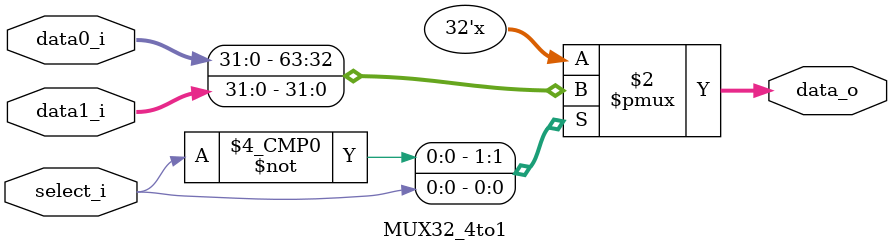
<source format=v>
module MUX32_4to1 (select_i, data0_i, data1_i, data_o);

    input [31:0] data0_i, data1_i;
    input select_i;
    output reg [31:0] data_o;

    always@(*) begin
        case(select_i)
            2'b0 : begin
                data_o <= data0_i;
            end
            2'b1 : begin
                data_o <= data1_i;
            end
    endcase
    end

endmodule
</source>
